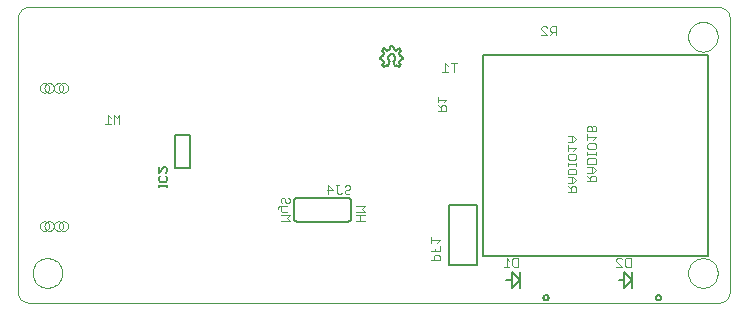
<source format=gbo>
G75*
%MOIN*%
%OFA0B0*%
%FSLAX24Y24*%
%IPPOS*%
%LPD*%
%AMOC8*
5,1,8,0,0,1.08239X$1,22.5*
%
%ADD10C,0.0000*%
%ADD11C,0.0030*%
%ADD12C,0.0050*%
%ADD13C,0.0080*%
%ADD14C,0.0060*%
D10*
X005880Y000515D02*
X005880Y009649D01*
X005879Y009649D02*
X005877Y009686D01*
X005879Y009723D01*
X005884Y009760D01*
X005894Y009796D01*
X005907Y009831D01*
X005924Y009865D01*
X005944Y009896D01*
X005967Y009925D01*
X005994Y009952D01*
X006022Y009976D01*
X006054Y009996D01*
X006087Y010013D01*
X006122Y010027D01*
X006158Y010037D01*
X006195Y010043D01*
X029207Y010043D01*
X029244Y010045D01*
X029281Y010043D01*
X029318Y010038D01*
X029354Y010028D01*
X029389Y010015D01*
X029423Y009998D01*
X029454Y009978D01*
X029483Y009955D01*
X029510Y009928D01*
X029534Y009900D01*
X029554Y009868D01*
X029571Y009835D01*
X029585Y009800D01*
X029595Y009764D01*
X029601Y009727D01*
X029601Y009728D02*
X029601Y000594D01*
X029601Y000593D02*
X029603Y000556D01*
X029601Y000519D01*
X029596Y000482D01*
X029586Y000446D01*
X029573Y000411D01*
X029556Y000377D01*
X029536Y000346D01*
X029513Y000317D01*
X029486Y000290D01*
X029458Y000266D01*
X029426Y000246D01*
X029393Y000229D01*
X029358Y000215D01*
X029322Y000205D01*
X029285Y000199D01*
X029286Y000200D02*
X006274Y000200D01*
X006273Y000199D02*
X006238Y000197D01*
X006203Y000198D01*
X006169Y000203D01*
X006135Y000211D01*
X006102Y000222D01*
X006070Y000237D01*
X006039Y000255D01*
X006011Y000275D01*
X005985Y000298D01*
X005961Y000324D01*
X005940Y000352D01*
X005921Y000382D01*
X005906Y000413D01*
X005894Y000446D01*
X005885Y000480D01*
X005879Y000515D01*
X006372Y001184D02*
X006374Y001228D01*
X006380Y001272D01*
X006390Y001315D01*
X006403Y001357D01*
X006421Y001397D01*
X006442Y001436D01*
X006466Y001473D01*
X006493Y001508D01*
X006524Y001540D01*
X006557Y001569D01*
X006593Y001595D01*
X006631Y001617D01*
X006671Y001636D01*
X006712Y001652D01*
X006755Y001664D01*
X006798Y001672D01*
X006842Y001676D01*
X006886Y001676D01*
X006930Y001672D01*
X006973Y001664D01*
X007016Y001652D01*
X007057Y001636D01*
X007097Y001617D01*
X007135Y001595D01*
X007171Y001569D01*
X007204Y001540D01*
X007235Y001508D01*
X007262Y001473D01*
X007286Y001436D01*
X007307Y001397D01*
X007325Y001357D01*
X007338Y001315D01*
X007348Y001272D01*
X007354Y001228D01*
X007356Y001184D01*
X007354Y001140D01*
X007348Y001096D01*
X007338Y001053D01*
X007325Y001011D01*
X007307Y000971D01*
X007286Y000932D01*
X007262Y000895D01*
X007235Y000860D01*
X007204Y000828D01*
X007171Y000799D01*
X007135Y000773D01*
X007097Y000751D01*
X007057Y000732D01*
X007016Y000716D01*
X006973Y000704D01*
X006930Y000696D01*
X006886Y000692D01*
X006842Y000692D01*
X006798Y000696D01*
X006755Y000704D01*
X006712Y000716D01*
X006671Y000732D01*
X006631Y000751D01*
X006593Y000773D01*
X006557Y000799D01*
X006524Y000828D01*
X006493Y000860D01*
X006466Y000895D01*
X006442Y000932D01*
X006421Y000971D01*
X006403Y001011D01*
X006390Y001053D01*
X006380Y001096D01*
X006374Y001140D01*
X006372Y001184D01*
X006609Y002747D02*
X006611Y002772D01*
X006617Y002796D01*
X006626Y002818D01*
X006639Y002839D01*
X006655Y002858D01*
X006674Y002874D01*
X006695Y002887D01*
X006717Y002896D01*
X006741Y002902D01*
X006766Y002904D01*
X006791Y002902D01*
X006815Y002896D01*
X006837Y002887D01*
X006858Y002874D01*
X006877Y002858D01*
X006893Y002839D01*
X006906Y002818D01*
X006915Y002796D01*
X006921Y002772D01*
X006923Y002747D01*
X006921Y002722D01*
X006915Y002698D01*
X006906Y002676D01*
X006893Y002655D01*
X006877Y002636D01*
X006858Y002620D01*
X006837Y002607D01*
X006815Y002598D01*
X006791Y002592D01*
X006766Y002590D01*
X006741Y002592D01*
X006717Y002598D01*
X006695Y002607D01*
X006674Y002620D01*
X006655Y002636D01*
X006639Y002655D01*
X006626Y002676D01*
X006617Y002698D01*
X006611Y002722D01*
X006609Y002747D01*
X006766Y002747D02*
X006768Y002772D01*
X006774Y002796D01*
X006783Y002818D01*
X006796Y002839D01*
X006812Y002858D01*
X006831Y002874D01*
X006852Y002887D01*
X006874Y002896D01*
X006898Y002902D01*
X006923Y002904D01*
X006948Y002902D01*
X006972Y002896D01*
X006994Y002887D01*
X007015Y002874D01*
X007034Y002858D01*
X007050Y002839D01*
X007063Y002818D01*
X007072Y002796D01*
X007078Y002772D01*
X007080Y002747D01*
X007078Y002722D01*
X007072Y002698D01*
X007063Y002676D01*
X007050Y002655D01*
X007034Y002636D01*
X007015Y002620D01*
X006994Y002607D01*
X006972Y002598D01*
X006948Y002592D01*
X006923Y002590D01*
X006898Y002592D01*
X006874Y002598D01*
X006852Y002607D01*
X006831Y002620D01*
X006812Y002636D01*
X006796Y002655D01*
X006783Y002676D01*
X006774Y002698D01*
X006768Y002722D01*
X006766Y002747D01*
X007081Y002747D02*
X007083Y002772D01*
X007089Y002796D01*
X007098Y002818D01*
X007111Y002839D01*
X007127Y002858D01*
X007146Y002874D01*
X007167Y002887D01*
X007189Y002896D01*
X007213Y002902D01*
X007238Y002904D01*
X007263Y002902D01*
X007287Y002896D01*
X007309Y002887D01*
X007330Y002874D01*
X007349Y002858D01*
X007365Y002839D01*
X007378Y002818D01*
X007387Y002796D01*
X007393Y002772D01*
X007395Y002747D01*
X007393Y002722D01*
X007387Y002698D01*
X007378Y002676D01*
X007365Y002655D01*
X007349Y002636D01*
X007330Y002620D01*
X007309Y002607D01*
X007287Y002598D01*
X007263Y002592D01*
X007238Y002590D01*
X007213Y002592D01*
X007189Y002598D01*
X007167Y002607D01*
X007146Y002620D01*
X007127Y002636D01*
X007111Y002655D01*
X007098Y002676D01*
X007089Y002698D01*
X007083Y002722D01*
X007081Y002747D01*
X007239Y002747D02*
X007241Y002772D01*
X007247Y002796D01*
X007256Y002818D01*
X007269Y002839D01*
X007285Y002858D01*
X007304Y002874D01*
X007325Y002887D01*
X007347Y002896D01*
X007371Y002902D01*
X007396Y002904D01*
X007421Y002902D01*
X007445Y002896D01*
X007467Y002887D01*
X007488Y002874D01*
X007507Y002858D01*
X007523Y002839D01*
X007536Y002818D01*
X007545Y002796D01*
X007551Y002772D01*
X007553Y002747D01*
X007551Y002722D01*
X007545Y002698D01*
X007536Y002676D01*
X007523Y002655D01*
X007507Y002636D01*
X007488Y002620D01*
X007467Y002607D01*
X007445Y002598D01*
X007421Y002592D01*
X007396Y002590D01*
X007371Y002592D01*
X007347Y002598D01*
X007325Y002607D01*
X007304Y002620D01*
X007285Y002636D01*
X007269Y002655D01*
X007256Y002676D01*
X007247Y002698D01*
X007241Y002722D01*
X007239Y002747D01*
X007081Y007353D02*
X007083Y007378D01*
X007089Y007402D01*
X007098Y007424D01*
X007111Y007445D01*
X007127Y007464D01*
X007146Y007480D01*
X007167Y007493D01*
X007189Y007502D01*
X007213Y007508D01*
X007238Y007510D01*
X007263Y007508D01*
X007287Y007502D01*
X007309Y007493D01*
X007330Y007480D01*
X007349Y007464D01*
X007365Y007445D01*
X007378Y007424D01*
X007387Y007402D01*
X007393Y007378D01*
X007395Y007353D01*
X007393Y007328D01*
X007387Y007304D01*
X007378Y007282D01*
X007365Y007261D01*
X007349Y007242D01*
X007330Y007226D01*
X007309Y007213D01*
X007287Y007204D01*
X007263Y007198D01*
X007238Y007196D01*
X007213Y007198D01*
X007189Y007204D01*
X007167Y007213D01*
X007146Y007226D01*
X007127Y007242D01*
X007111Y007261D01*
X007098Y007282D01*
X007089Y007304D01*
X007083Y007328D01*
X007081Y007353D01*
X006766Y007353D02*
X006768Y007378D01*
X006774Y007402D01*
X006783Y007424D01*
X006796Y007445D01*
X006812Y007464D01*
X006831Y007480D01*
X006852Y007493D01*
X006874Y007502D01*
X006898Y007508D01*
X006923Y007510D01*
X006948Y007508D01*
X006972Y007502D01*
X006994Y007493D01*
X007015Y007480D01*
X007034Y007464D01*
X007050Y007445D01*
X007063Y007424D01*
X007072Y007402D01*
X007078Y007378D01*
X007080Y007353D01*
X007078Y007328D01*
X007072Y007304D01*
X007063Y007282D01*
X007050Y007261D01*
X007034Y007242D01*
X007015Y007226D01*
X006994Y007213D01*
X006972Y007204D01*
X006948Y007198D01*
X006923Y007196D01*
X006898Y007198D01*
X006874Y007204D01*
X006852Y007213D01*
X006831Y007226D01*
X006812Y007242D01*
X006796Y007261D01*
X006783Y007282D01*
X006774Y007304D01*
X006768Y007328D01*
X006766Y007353D01*
X006609Y007353D02*
X006611Y007378D01*
X006617Y007402D01*
X006626Y007424D01*
X006639Y007445D01*
X006655Y007464D01*
X006674Y007480D01*
X006695Y007493D01*
X006717Y007502D01*
X006741Y007508D01*
X006766Y007510D01*
X006791Y007508D01*
X006815Y007502D01*
X006837Y007493D01*
X006858Y007480D01*
X006877Y007464D01*
X006893Y007445D01*
X006906Y007424D01*
X006915Y007402D01*
X006921Y007378D01*
X006923Y007353D01*
X006921Y007328D01*
X006915Y007304D01*
X006906Y007282D01*
X006893Y007261D01*
X006877Y007242D01*
X006858Y007226D01*
X006837Y007213D01*
X006815Y007204D01*
X006791Y007198D01*
X006766Y007196D01*
X006741Y007198D01*
X006717Y007204D01*
X006695Y007213D01*
X006674Y007226D01*
X006655Y007242D01*
X006639Y007261D01*
X006626Y007282D01*
X006617Y007304D01*
X006611Y007328D01*
X006609Y007353D01*
X007239Y007353D02*
X007241Y007378D01*
X007247Y007402D01*
X007256Y007424D01*
X007269Y007445D01*
X007285Y007464D01*
X007304Y007480D01*
X007325Y007493D01*
X007347Y007502D01*
X007371Y007508D01*
X007396Y007510D01*
X007421Y007508D01*
X007445Y007502D01*
X007467Y007493D01*
X007488Y007480D01*
X007507Y007464D01*
X007523Y007445D01*
X007536Y007424D01*
X007545Y007402D01*
X007551Y007378D01*
X007553Y007353D01*
X007551Y007328D01*
X007545Y007304D01*
X007536Y007282D01*
X007523Y007261D01*
X007507Y007242D01*
X007488Y007226D01*
X007467Y007213D01*
X007445Y007204D01*
X007421Y007198D01*
X007396Y007196D01*
X007371Y007198D01*
X007347Y007204D01*
X007325Y007213D01*
X007304Y007226D01*
X007285Y007242D01*
X007269Y007261D01*
X007256Y007282D01*
X007247Y007304D01*
X007241Y007328D01*
X007239Y007353D01*
X028223Y009058D02*
X028225Y009102D01*
X028231Y009146D01*
X028241Y009189D01*
X028254Y009231D01*
X028272Y009271D01*
X028293Y009310D01*
X028317Y009347D01*
X028344Y009382D01*
X028375Y009414D01*
X028408Y009443D01*
X028444Y009469D01*
X028482Y009491D01*
X028522Y009510D01*
X028563Y009526D01*
X028606Y009538D01*
X028649Y009546D01*
X028693Y009550D01*
X028737Y009550D01*
X028781Y009546D01*
X028824Y009538D01*
X028867Y009526D01*
X028908Y009510D01*
X028948Y009491D01*
X028986Y009469D01*
X029022Y009443D01*
X029055Y009414D01*
X029086Y009382D01*
X029113Y009347D01*
X029137Y009310D01*
X029158Y009271D01*
X029176Y009231D01*
X029189Y009189D01*
X029199Y009146D01*
X029205Y009102D01*
X029207Y009058D01*
X029205Y009014D01*
X029199Y008970D01*
X029189Y008927D01*
X029176Y008885D01*
X029158Y008845D01*
X029137Y008806D01*
X029113Y008769D01*
X029086Y008734D01*
X029055Y008702D01*
X029022Y008673D01*
X028986Y008647D01*
X028948Y008625D01*
X028908Y008606D01*
X028867Y008590D01*
X028824Y008578D01*
X028781Y008570D01*
X028737Y008566D01*
X028693Y008566D01*
X028649Y008570D01*
X028606Y008578D01*
X028563Y008590D01*
X028522Y008606D01*
X028482Y008625D01*
X028444Y008647D01*
X028408Y008673D01*
X028375Y008702D01*
X028344Y008734D01*
X028317Y008769D01*
X028293Y008806D01*
X028272Y008845D01*
X028254Y008885D01*
X028241Y008927D01*
X028231Y008970D01*
X028225Y009014D01*
X028223Y009058D01*
X028223Y001184D02*
X028225Y001228D01*
X028231Y001272D01*
X028241Y001315D01*
X028254Y001357D01*
X028272Y001397D01*
X028293Y001436D01*
X028317Y001473D01*
X028344Y001508D01*
X028375Y001540D01*
X028408Y001569D01*
X028444Y001595D01*
X028482Y001617D01*
X028522Y001636D01*
X028563Y001652D01*
X028606Y001664D01*
X028649Y001672D01*
X028693Y001676D01*
X028737Y001676D01*
X028781Y001672D01*
X028824Y001664D01*
X028867Y001652D01*
X028908Y001636D01*
X028948Y001617D01*
X028986Y001595D01*
X029022Y001569D01*
X029055Y001540D01*
X029086Y001508D01*
X029113Y001473D01*
X029137Y001436D01*
X029158Y001397D01*
X029176Y001357D01*
X029189Y001315D01*
X029199Y001272D01*
X029205Y001228D01*
X029207Y001184D01*
X029205Y001140D01*
X029199Y001096D01*
X029189Y001053D01*
X029176Y001011D01*
X029158Y000971D01*
X029137Y000932D01*
X029113Y000895D01*
X029086Y000860D01*
X029055Y000828D01*
X029022Y000799D01*
X028986Y000773D01*
X028948Y000751D01*
X028908Y000732D01*
X028867Y000716D01*
X028824Y000704D01*
X028781Y000696D01*
X028737Y000692D01*
X028693Y000692D01*
X028649Y000696D01*
X028606Y000704D01*
X028563Y000716D01*
X028522Y000732D01*
X028482Y000751D01*
X028444Y000773D01*
X028408Y000799D01*
X028375Y000828D01*
X028344Y000860D01*
X028317Y000895D01*
X028293Y000932D01*
X028272Y000971D01*
X028254Y001011D01*
X028241Y001053D01*
X028231Y001096D01*
X028225Y001140D01*
X028223Y001184D01*
D11*
X026310Y001395D02*
X026165Y001395D01*
X026116Y001443D01*
X026116Y001637D01*
X026165Y001685D01*
X026310Y001685D01*
X026310Y001395D01*
X026015Y001395D02*
X025822Y001588D01*
X025822Y001637D01*
X025870Y001685D01*
X025967Y001685D01*
X026015Y001637D01*
X026015Y001395D02*
X025822Y001395D01*
X022560Y001395D02*
X022415Y001395D01*
X022366Y001443D01*
X022366Y001637D01*
X022415Y001685D01*
X022560Y001685D01*
X022560Y001395D01*
X022265Y001395D02*
X022072Y001395D01*
X022168Y001395D02*
X022168Y001685D01*
X022265Y001588D01*
X019940Y001606D02*
X019940Y001751D01*
X019892Y001800D01*
X019795Y001800D01*
X019747Y001751D01*
X019747Y001606D01*
X019650Y001606D02*
X019940Y001606D01*
X019940Y001901D02*
X019650Y001901D01*
X019795Y001901D02*
X019795Y001997D01*
X019940Y001901D02*
X019940Y002094D01*
X019844Y002195D02*
X019940Y002292D01*
X019650Y002292D01*
X019650Y002195D02*
X019650Y002389D01*
X017435Y002915D02*
X017145Y002915D01*
X017290Y002915D02*
X017290Y003108D01*
X017435Y003108D02*
X017145Y003108D01*
X017145Y003210D02*
X017435Y003210D01*
X017339Y003306D01*
X017435Y003403D01*
X017145Y003403D01*
X016917Y003815D02*
X016965Y003863D01*
X016917Y003815D02*
X016820Y003815D01*
X016772Y003863D01*
X016772Y003912D01*
X016820Y003960D01*
X016917Y003960D01*
X016965Y004008D01*
X016965Y004057D01*
X016917Y004105D01*
X016820Y004105D01*
X016772Y004057D01*
X016574Y004105D02*
X016477Y004105D01*
X016525Y004105D02*
X016525Y003863D01*
X016574Y003815D01*
X016622Y003815D01*
X016671Y003863D01*
X016376Y003960D02*
X016182Y003960D01*
X016231Y003815D02*
X016231Y004105D01*
X016376Y003960D01*
X014935Y003649D02*
X014935Y003553D01*
X014887Y003504D01*
X014839Y003504D01*
X014790Y003553D01*
X014790Y003649D01*
X014742Y003698D01*
X014694Y003698D01*
X014645Y003649D01*
X014645Y003553D01*
X014694Y003504D01*
X014645Y003403D02*
X014645Y003258D01*
X014694Y003210D01*
X014839Y003210D01*
X014935Y003108D02*
X014645Y003108D01*
X014839Y003012D02*
X014935Y003108D01*
X014839Y003012D02*
X014935Y002915D01*
X014645Y002915D01*
X014548Y003306D02*
X014548Y003355D01*
X014597Y003403D01*
X014839Y003403D01*
X014935Y003649D02*
X014887Y003698D01*
X009265Y006165D02*
X009265Y006455D01*
X009168Y006358D01*
X009072Y006455D01*
X009072Y006165D01*
X008971Y006165D02*
X008777Y006165D01*
X008874Y006165D02*
X008874Y006455D01*
X008971Y006358D01*
X019875Y006576D02*
X020165Y006576D01*
X020165Y006721D01*
X020117Y006769D01*
X020020Y006769D01*
X019972Y006721D01*
X019972Y006576D01*
X019972Y006672D02*
X019875Y006769D01*
X019875Y006870D02*
X019875Y007064D01*
X019875Y006967D02*
X020165Y006967D01*
X020069Y006870D01*
X020113Y007895D02*
X020113Y008185D01*
X020210Y008088D01*
X020311Y008185D02*
X020504Y008185D01*
X020408Y008185D02*
X020408Y007895D01*
X020210Y007895D02*
X020016Y007895D01*
X023327Y009115D02*
X023521Y009115D01*
X023327Y009308D01*
X023327Y009357D01*
X023375Y009405D01*
X023472Y009405D01*
X023521Y009357D01*
X023622Y009357D02*
X023622Y009260D01*
X023670Y009212D01*
X023815Y009212D01*
X023718Y009212D02*
X023622Y009115D01*
X023815Y009115D02*
X023815Y009405D01*
X023670Y009405D01*
X023622Y009357D01*
X024914Y006098D02*
X024865Y006050D01*
X024865Y005905D01*
X025155Y005905D01*
X025155Y006050D01*
X025107Y006098D01*
X025059Y006098D01*
X025010Y006050D01*
X025010Y005905D01*
X025010Y006050D02*
X024962Y006098D01*
X024914Y006098D01*
X024865Y005804D02*
X024865Y005610D01*
X024865Y005707D02*
X025155Y005707D01*
X025059Y005610D01*
X025107Y005509D02*
X025155Y005461D01*
X025155Y005364D01*
X025107Y005315D01*
X024914Y005315D01*
X024865Y005364D01*
X024865Y005461D01*
X024914Y005509D01*
X025107Y005509D01*
X025155Y005216D02*
X025155Y005119D01*
X025155Y005167D02*
X024865Y005167D01*
X024865Y005119D02*
X024865Y005216D01*
X024495Y005106D02*
X024447Y005155D01*
X024254Y005155D01*
X024205Y005106D01*
X024205Y005009D01*
X024254Y004961D01*
X024447Y004961D01*
X024495Y005009D01*
X024495Y005106D01*
X024399Y005256D02*
X024495Y005352D01*
X024205Y005352D01*
X024205Y005256D02*
X024205Y005449D01*
X024205Y005550D02*
X024399Y005550D01*
X024495Y005647D01*
X024399Y005744D01*
X024205Y005744D01*
X024350Y005744D02*
X024350Y005550D01*
X024914Y005018D02*
X024865Y004969D01*
X024865Y004824D01*
X025155Y004824D01*
X025155Y004969D01*
X025107Y005018D01*
X024914Y005018D01*
X024865Y004723D02*
X025059Y004723D01*
X025155Y004626D01*
X025059Y004530D01*
X024865Y004530D01*
X024865Y004428D02*
X024962Y004332D01*
X024962Y004380D02*
X024962Y004235D01*
X024865Y004235D02*
X025155Y004235D01*
X025155Y004380D01*
X025107Y004428D01*
X025010Y004428D01*
X024962Y004380D01*
X025010Y004530D02*
X025010Y004723D01*
X024495Y004765D02*
X024495Y004861D01*
X024495Y004813D02*
X024205Y004813D01*
X024205Y004765D02*
X024205Y004861D01*
X024254Y004663D02*
X024205Y004615D01*
X024205Y004470D01*
X024495Y004470D01*
X024495Y004615D01*
X024447Y004663D01*
X024254Y004663D01*
X024205Y004369D02*
X024399Y004369D01*
X024495Y004272D01*
X024399Y004175D01*
X024205Y004175D01*
X024205Y004074D02*
X024302Y003977D01*
X024302Y004026D02*
X024302Y003881D01*
X024205Y003881D02*
X024495Y003881D01*
X024495Y004026D01*
X024447Y004074D01*
X024350Y004074D01*
X024302Y004026D01*
X024350Y004175D02*
X024350Y004369D01*
D12*
X022616Y001226D02*
X022616Y000950D01*
X022341Y001226D01*
X022341Y000950D01*
X022155Y000950D01*
X022341Y000950D02*
X022341Y000674D01*
X022616Y000950D01*
X022616Y000674D01*
X023395Y000359D02*
X023397Y000377D01*
X023403Y000395D01*
X023412Y000411D01*
X023424Y000424D01*
X023439Y000435D01*
X023456Y000443D01*
X023474Y000447D01*
X023492Y000447D01*
X023510Y000443D01*
X023527Y000435D01*
X023542Y000424D01*
X023554Y000411D01*
X023563Y000395D01*
X023569Y000377D01*
X023571Y000359D01*
X023569Y000341D01*
X023563Y000323D01*
X023554Y000307D01*
X023542Y000294D01*
X023527Y000283D01*
X023510Y000275D01*
X023492Y000271D01*
X023474Y000271D01*
X023456Y000275D01*
X023439Y000283D01*
X023424Y000294D01*
X023412Y000307D01*
X023403Y000323D01*
X023397Y000341D01*
X023395Y000359D01*
X025905Y000950D02*
X026091Y000950D01*
X026091Y000674D01*
X026366Y000950D01*
X026091Y001226D01*
X026091Y000950D01*
X026366Y000950D02*
X026366Y001226D01*
X026366Y000950D02*
X026366Y000674D01*
X027145Y000359D02*
X027147Y000377D01*
X027153Y000395D01*
X027162Y000411D01*
X027174Y000424D01*
X027189Y000435D01*
X027206Y000443D01*
X027224Y000447D01*
X027242Y000447D01*
X027260Y000443D01*
X027277Y000435D01*
X027292Y000424D01*
X027304Y000411D01*
X027313Y000395D01*
X027319Y000377D01*
X027321Y000359D01*
X027319Y000341D01*
X027313Y000323D01*
X027304Y000307D01*
X027292Y000294D01*
X027277Y000283D01*
X027260Y000275D01*
X027242Y000271D01*
X027224Y000271D01*
X027206Y000275D01*
X027189Y000283D01*
X027174Y000294D01*
X027162Y000307D01*
X027153Y000323D01*
X027147Y000341D01*
X027145Y000359D01*
X010846Y004035D02*
X010846Y004125D01*
X010846Y004080D02*
X010575Y004080D01*
X010575Y004035D02*
X010575Y004125D01*
X010620Y004231D02*
X010575Y004276D01*
X010575Y004366D01*
X010620Y004412D01*
X010575Y004526D02*
X010755Y004706D01*
X010801Y004706D01*
X010846Y004661D01*
X010846Y004571D01*
X010801Y004526D01*
X010801Y004412D02*
X010846Y004366D01*
X010846Y004276D01*
X010801Y004231D01*
X010620Y004231D01*
X010575Y004526D02*
X010575Y004706D01*
D13*
X011129Y004699D02*
X011611Y004699D01*
X011611Y005796D01*
X011129Y005796D01*
X011129Y004699D01*
X020261Y003450D02*
X020261Y001450D01*
X021199Y001450D01*
X021199Y003450D01*
X020261Y003450D01*
X021380Y001750D02*
X028880Y001750D01*
X028880Y008450D01*
X021380Y008450D01*
X021380Y001750D01*
D14*
X016980Y003000D02*
X016980Y003600D01*
X016978Y003617D01*
X016974Y003634D01*
X016967Y003650D01*
X016957Y003664D01*
X016944Y003677D01*
X016930Y003687D01*
X016914Y003694D01*
X016897Y003698D01*
X016880Y003700D01*
X015180Y003700D01*
X015163Y003698D01*
X015146Y003694D01*
X015130Y003687D01*
X015116Y003677D01*
X015103Y003664D01*
X015093Y003650D01*
X015086Y003634D01*
X015082Y003617D01*
X015080Y003600D01*
X015080Y003000D01*
X015082Y002983D01*
X015086Y002966D01*
X015093Y002950D01*
X015103Y002936D01*
X015116Y002923D01*
X015130Y002913D01*
X015146Y002906D01*
X015163Y002902D01*
X015180Y002900D01*
X016880Y002900D01*
X016897Y002902D01*
X016914Y002906D01*
X016930Y002913D01*
X016944Y002923D01*
X016957Y002936D01*
X016967Y002950D01*
X016974Y002966D01*
X016978Y002983D01*
X016980Y003000D01*
X018100Y008050D02*
X018180Y008110D01*
X018220Y008090D01*
X018280Y008250D01*
X018400Y008250D02*
X018460Y008090D01*
X018500Y008110D01*
X018580Y008050D01*
X018650Y008110D01*
X018590Y008200D01*
X018630Y008290D01*
X018730Y008310D01*
X018730Y008400D01*
X018620Y008420D01*
X018590Y008510D01*
X018650Y008600D01*
X018580Y008670D01*
X018490Y008600D01*
X018410Y008640D01*
X018380Y008750D01*
X018290Y008750D01*
X018270Y008640D01*
X018190Y008600D01*
X018100Y008670D01*
X018030Y008600D01*
X018090Y008510D01*
X018050Y008420D01*
X017950Y008400D01*
X017950Y008310D01*
X018050Y008290D01*
X018090Y008200D01*
X018030Y008110D01*
X018100Y008050D01*
X018280Y008250D02*
X018263Y008262D01*
X018248Y008277D01*
X018235Y008294D01*
X018226Y008313D01*
X018221Y008334D01*
X018219Y008355D01*
X018221Y008376D01*
X018226Y008396D01*
X018235Y008415D01*
X018247Y008433D01*
X018262Y008448D01*
X018279Y008460D01*
X018299Y008469D01*
X018319Y008474D01*
X018340Y008476D01*
X018361Y008474D01*
X018381Y008469D01*
X018401Y008460D01*
X018418Y008448D01*
X018433Y008433D01*
X018445Y008415D01*
X018454Y008396D01*
X018459Y008376D01*
X018461Y008355D01*
X018459Y008334D01*
X018454Y008313D01*
X018445Y008294D01*
X018432Y008277D01*
X018417Y008262D01*
X018400Y008250D01*
X018417Y008262D01*
X018432Y008277D01*
X018445Y008294D01*
X018454Y008313D01*
X018459Y008334D01*
X018461Y008355D01*
X018459Y008376D01*
X018454Y008396D01*
X018445Y008415D01*
X018433Y008433D01*
X018418Y008448D01*
X018401Y008460D01*
X018381Y008469D01*
X018361Y008474D01*
X018340Y008476D01*
X018319Y008474D01*
X018299Y008469D01*
X018279Y008460D01*
X018262Y008448D01*
X018247Y008433D01*
X018235Y008415D01*
X018226Y008396D01*
X018221Y008376D01*
X018219Y008355D01*
X018221Y008334D01*
X018226Y008313D01*
X018235Y008294D01*
X018248Y008277D01*
X018263Y008262D01*
X018280Y008250D01*
M02*

</source>
